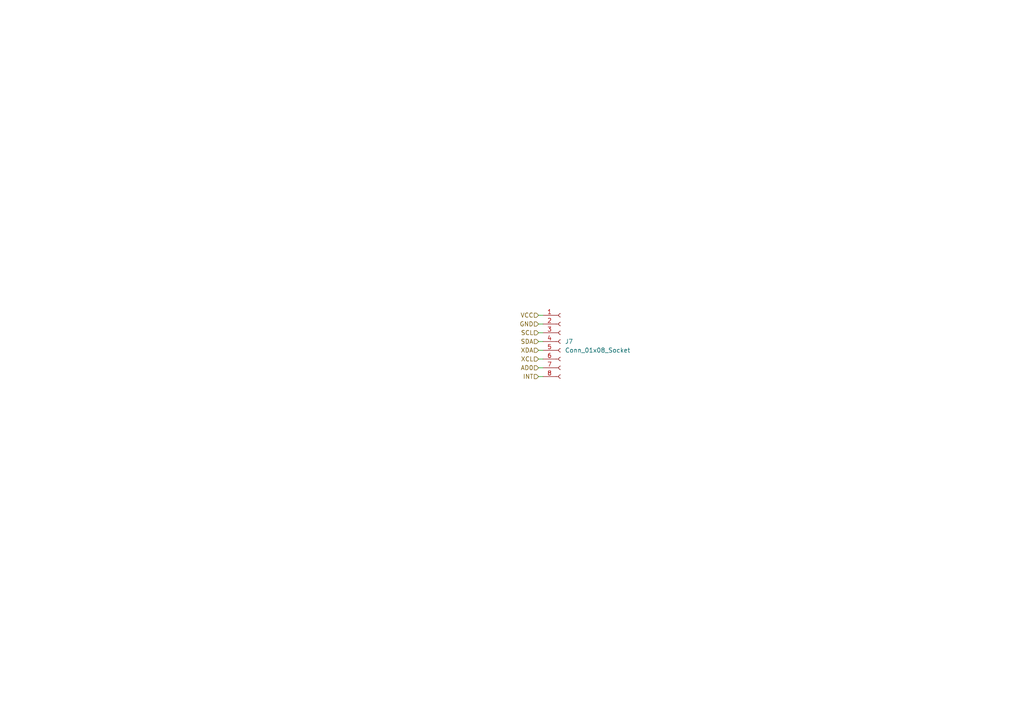
<source format=kicad_sch>
(kicad_sch (version 20250114) (generator "eeschema") (generator_version "9.0")
  (paper "A4")
  (title_block (comment 1 "Accelerometer module pin socket"))
  (lib_symbols
    (symbol "Connector:Conn_01x08_Socket" (pin_names (offset 1.016) (hide yes))
      (property "Reference" "J" (at 0 10.16 0))
      (property "Value" "Conn_01x08_Socket" (at 0 -12.7 0))
      (symbol "Conn_01x08_Socket_1_1"
        (polyline (pts (xy -1.27 7.62) (xy -0.508 7.62)) (stroke (width 0.1524)))
        (polyline (pts (xy -1.27 5.08) (xy -0.508 5.08)) (stroke (width 0.1524)))
        (polyline (pts (xy -1.27 2.54) (xy -0.508 2.54)) (stroke (width 0.1524)))
        (polyline (pts (xy -1.27 0) (xy -0.508 0)) (stroke (width 0.1524)))
        (polyline (pts (xy -1.27 -2.54) (xy -0.508 -2.54)) (stroke (width 0.1524)))
        (polyline (pts (xy -1.27 -5.08) (xy -0.508 -5.08)) (stroke (width 0.1524)))
        (polyline (pts (xy -1.27 -7.62) (xy -0.508 -7.62)) (stroke (width 0.1524)))
        (polyline (pts (xy -1.27 -10.16) (xy -0.508 -10.16)) (stroke (width 0.1524)))
        (arc (start 0 7.112) (mid -0.5058 7.62) (end 0 8.128) (stroke (width 0.1524)))
        (arc (start 0 4.572) (mid -0.5058 5.08) (end 0 5.588) (stroke (width 0.1524)))
        (arc (start 0 2.032) (mid -0.5058 2.54) (end 0 3.048) (stroke (width 0.1524)))
        (arc (start 0 -0.508) (mid -0.5058 0) (end 0 0.508) (stroke (width 0.1524)))
        (arc (start 0 -3.048) (mid -0.5058 -2.54) (end 0 -2.032) (stroke (width 0.1524)))
        (arc (start 0 -5.588) (mid -0.5058 -5.08) (end 0 -4.572) (stroke (width 0.1524)))
        (arc (start 0 -8.128) (mid -0.5058 -7.62) (end 0 -7.112) (stroke (width 0.1524)))
        (arc (start 0 -10.668) (mid -0.5058 -10.16) (end 0 -9.652) (stroke (width 0.1524)))
        (pin passive line (at -5.08 7.62 0) (length 3.81) (name "Pin_1") (number "1"))
        (pin passive line (at -5.08 5.08 0) (length 3.81) (name "Pin_2") (number "2"))
        (pin passive line (at -5.08 2.54 0) (length 3.81) (name "Pin_3") (number "3"))
        (pin passive line (at -5.08 0 0) (length 3.81) (name "Pin_4") (number "4"))
        (pin passive line (at -5.08 -2.54 0) (length 3.81) (name "Pin_5") (number "5"))
        (pin passive line (at -5.08 -5.08 0) (length 3.81) (name "Pin_6") (number "6"))
        (pin passive line (at -5.08 -7.62 0) (length 3.81) (name "Pin_7") (number "7"))
        (pin passive line (at -5.08 -10.16 0) (length 3.81) (name "Pin_8") (number "8"))
      )
    )
  )
  (wire (pts (xy 156.21 91.44) (xy 157.48 91.44)))
  (wire (pts (xy 156.21 106.68) (xy 157.48 106.68)))
  (wire (pts (xy 156.21 104.14) (xy 157.48 104.14)))
  (wire (pts (xy 156.21 101.6) (xy 157.48 101.6)))
  (wire (pts (xy 156.21 99.06) (xy 157.48 99.06)))
  (wire (pts (xy 156.21 109.22) (xy 157.48 109.22)))
  (wire (pts (xy 156.21 93.98) (xy 157.48 93.98)))
  (wire (pts (xy 156.21 96.52) (xy 157.48 96.52)))
  (hierarchical_label "GND" (shape input) (at 156.21 93.98 180))
  (hierarchical_label "SCL" (shape input) (at 156.21 96.52 180))
  (hierarchical_label "AD0" (shape input) (at 156.21 106.68 180))
  (hierarchical_label "SDA" (shape input) (at 156.21 99.06 180))
  (hierarchical_label "XCL" (shape input) (at 156.21 104.14 180))
  (hierarchical_label "VCC" (shape input) (at 156.21 91.44 180))
  (hierarchical_label "XDA" (shape input) (at 156.21 101.6 180))
  (hierarchical_label "INT" (shape input) (at 156.21 109.22 180))
  (symbol (lib_id "Connector:Conn_01x08_Socket") (at 162.56 99.06 0) (unit 1)
    (property "Reference" "J7" (at 163.83 99.0599 0) (effects (justify left)))
    (property "Value" "Conn_01x08_Socket" (at 163.83 101.5999 0) (effects (justify left)))
    (property "Footprint" "Connector_PinSocket_2.54mm:PinSocket_1x08_P2.54mm_Vertical" (effects (hide yes)))
    (property "Description" "Generic connector, single row, 01x08, script generated" (effects (hide yes)))
  )
)
</source>
